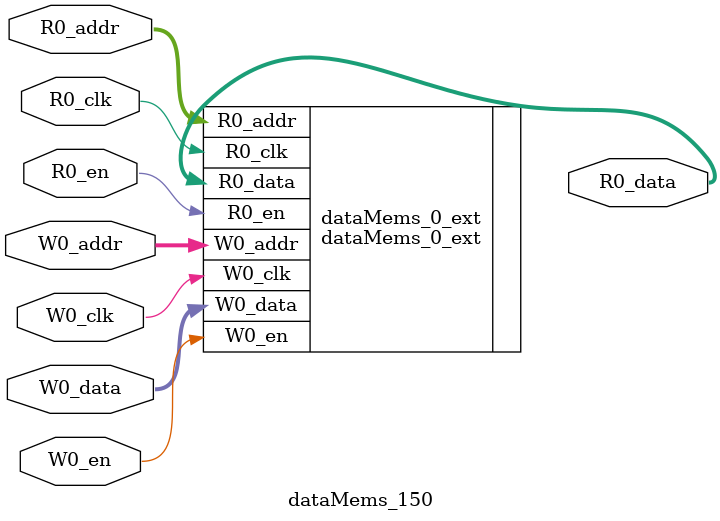
<source format=sv>
`ifndef RANDOMIZE
  `ifdef RANDOMIZE_REG_INIT
    `define RANDOMIZE
  `endif // RANDOMIZE_REG_INIT
`endif // not def RANDOMIZE
`ifndef RANDOMIZE
  `ifdef RANDOMIZE_MEM_INIT
    `define RANDOMIZE
  `endif // RANDOMIZE_MEM_INIT
`endif // not def RANDOMIZE

`ifndef RANDOM
  `define RANDOM $random
`endif // not def RANDOM

// Users can define 'PRINTF_COND' to add an extra gate to prints.
`ifndef PRINTF_COND_
  `ifdef PRINTF_COND
    `define PRINTF_COND_ (`PRINTF_COND)
  `else  // PRINTF_COND
    `define PRINTF_COND_ 1
  `endif // PRINTF_COND
`endif // not def PRINTF_COND_

// Users can define 'ASSERT_VERBOSE_COND' to add an extra gate to assert error printing.
`ifndef ASSERT_VERBOSE_COND_
  `ifdef ASSERT_VERBOSE_COND
    `define ASSERT_VERBOSE_COND_ (`ASSERT_VERBOSE_COND)
  `else  // ASSERT_VERBOSE_COND
    `define ASSERT_VERBOSE_COND_ 1
  `endif // ASSERT_VERBOSE_COND
`endif // not def ASSERT_VERBOSE_COND_

// Users can define 'STOP_COND' to add an extra gate to stop conditions.
`ifndef STOP_COND_
  `ifdef STOP_COND
    `define STOP_COND_ (`STOP_COND)
  `else  // STOP_COND
    `define STOP_COND_ 1
  `endif // STOP_COND
`endif // not def STOP_COND_

// Users can define INIT_RANDOM as general code that gets injected into the
// initializer block for modules with registers.
`ifndef INIT_RANDOM
  `define INIT_RANDOM
`endif // not def INIT_RANDOM

// If using random initialization, you can also define RANDOMIZE_DELAY to
// customize the delay used, otherwise 0.002 is used.
`ifndef RANDOMIZE_DELAY
  `define RANDOMIZE_DELAY 0.002
`endif // not def RANDOMIZE_DELAY

// Define INIT_RANDOM_PROLOG_ for use in our modules below.
`ifndef INIT_RANDOM_PROLOG_
  `ifdef RANDOMIZE
    `ifdef VERILATOR
      `define INIT_RANDOM_PROLOG_ `INIT_RANDOM
    `else  // VERILATOR
      `define INIT_RANDOM_PROLOG_ `INIT_RANDOM #`RANDOMIZE_DELAY begin end
    `endif // VERILATOR
  `else  // RANDOMIZE
    `define INIT_RANDOM_PROLOG_
  `endif // RANDOMIZE
`endif // not def INIT_RANDOM_PROLOG_

// Include register initializers in init blocks unless synthesis is set
`ifndef SYNTHESIS
  `ifndef ENABLE_INITIAL_REG_
    `define ENABLE_INITIAL_REG_
  `endif // not def ENABLE_INITIAL_REG_
`endif // not def SYNTHESIS

// Include rmemory initializers in init blocks unless synthesis is set
`ifndef SYNTHESIS
  `ifndef ENABLE_INITIAL_MEM_
    `define ENABLE_INITIAL_MEM_
  `endif // not def ENABLE_INITIAL_MEM_
`endif // not def SYNTHESIS

module dataMems_150(	// @[generators/ara/src/main/scala/UnsafeAXI4ToTL.scala:365:62]
  input  [4:0]  R0_addr,
  input         R0_en,
  input         R0_clk,
  output [66:0] R0_data,
  input  [4:0]  W0_addr,
  input         W0_en,
  input         W0_clk,
  input  [66:0] W0_data
);

  dataMems_0_ext dataMems_0_ext (	// @[generators/ara/src/main/scala/UnsafeAXI4ToTL.scala:365:62]
    .R0_addr (R0_addr),
    .R0_en   (R0_en),
    .R0_clk  (R0_clk),
    .R0_data (R0_data),
    .W0_addr (W0_addr),
    .W0_en   (W0_en),
    .W0_clk  (W0_clk),
    .W0_data (W0_data)
  );
endmodule


</source>
